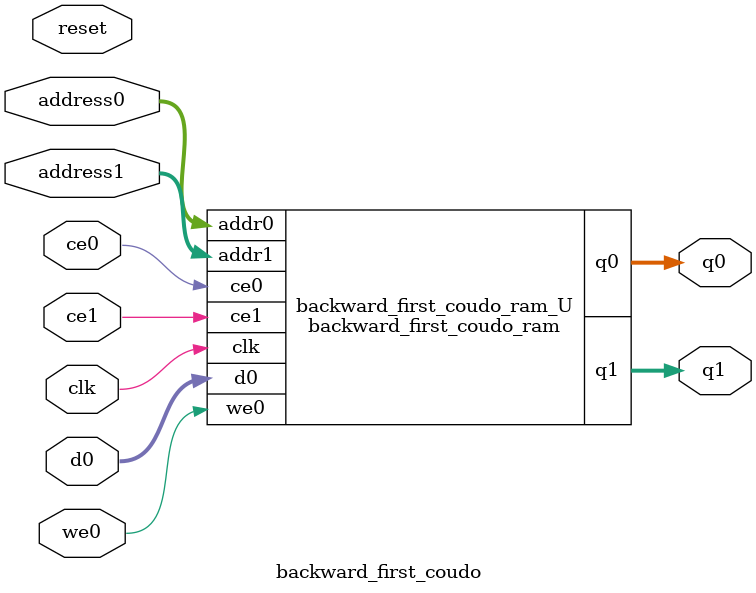
<source format=v>
`timescale 1 ns / 1 ps
module backward_first_coudo_ram (addr0, ce0, d0, we0, q0, addr1, ce1, q1,  clk);

parameter DWIDTH = 32;
parameter AWIDTH = 10;
parameter MEM_SIZE = 784;

input[AWIDTH-1:0] addr0;
input ce0;
input[DWIDTH-1:0] d0;
input we0;
output reg[DWIDTH-1:0] q0;
input[AWIDTH-1:0] addr1;
input ce1;
output reg[DWIDTH-1:0] q1;
input clk;

(* ram_style = "block" *)reg [DWIDTH-1:0] ram[0:MEM_SIZE-1];




always @(posedge clk)  
begin 
    if (ce0) 
    begin
        if (we0) 
        begin 
            ram[addr0] <= d0; 
        end 
        q0 <= ram[addr0];
    end
end


always @(posedge clk)  
begin 
    if (ce1) 
    begin
        q1 <= ram[addr1];
    end
end


endmodule

`timescale 1 ns / 1 ps
module backward_first_coudo(
    reset,
    clk,
    address0,
    ce0,
    we0,
    d0,
    q0,
    address1,
    ce1,
    q1);

parameter DataWidth = 32'd32;
parameter AddressRange = 32'd784;
parameter AddressWidth = 32'd10;
input reset;
input clk;
input[AddressWidth - 1:0] address0;
input ce0;
input we0;
input[DataWidth - 1:0] d0;
output[DataWidth - 1:0] q0;
input[AddressWidth - 1:0] address1;
input ce1;
output[DataWidth - 1:0] q1;



backward_first_coudo_ram backward_first_coudo_ram_U(
    .clk( clk ),
    .addr0( address0 ),
    .ce0( ce0 ),
    .we0( we0 ),
    .d0( d0 ),
    .q0( q0 ),
    .addr1( address1 ),
    .ce1( ce1 ),
    .q1( q1 ));

endmodule


</source>
